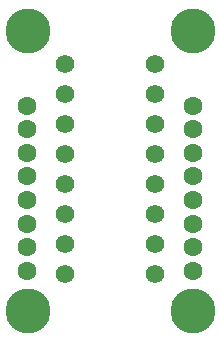
<source format=gtl>
G04 Layer: TopLayer*
G04 EasyEDA v5.9.42, Fri, 05 Apr 2019 14:57:40 GMT*
G04 4e9f10f097634dd6829a82e3e2597e5f*
G04 Gerber Generator version 0.2*
G04 Scale: 100 percent, Rotated: No, Reflected: No *
G04 Dimensions in inches *
G04 leading zeros omitted , absolute positions ,2 integer and 4 decimal *
%FSLAX24Y24*%
%MOIN*%
G90*
G70D02*

%ADD11C,0.063000*%
%ADD12C,0.062000*%
%ADD13C,0.150000*%

%LPD*%
G54D11*
G01X6400Y2250D03*
G01X6400Y3037D03*
G01X6400Y3824D03*
G01X6400Y4612D03*
G01X6400Y5399D03*
G01X6400Y6186D03*
G01X6400Y6974D03*
G01X6400Y7761D03*
G01X888Y2250D03*
G01X888Y3037D03*
G01X888Y3824D03*
G01X888Y4612D03*
G01X888Y5399D03*
G01X888Y6186D03*
G01X888Y6974D03*
G01X888Y7761D03*
G54D12*
G01X2150Y2150D03*
G01X2150Y3150D03*
G01X2150Y4150D03*
G01X2150Y5150D03*
G01X2150Y6150D03*
G01X2150Y7150D03*
G01X2150Y8150D03*
G01X2150Y9150D03*
G01X5150Y9150D03*
G01X5150Y8150D03*
G01X5150Y7150D03*
G01X5150Y6150D03*
G01X5150Y5150D03*
G01X5150Y4150D03*
G01X5150Y3150D03*
G01X5150Y2150D03*
G54D13*
G01X6400Y10250D03*
G01X900Y10250D03*
G01X900Y900D03*
G01X6400Y900D03*
M00*
M02*

</source>
